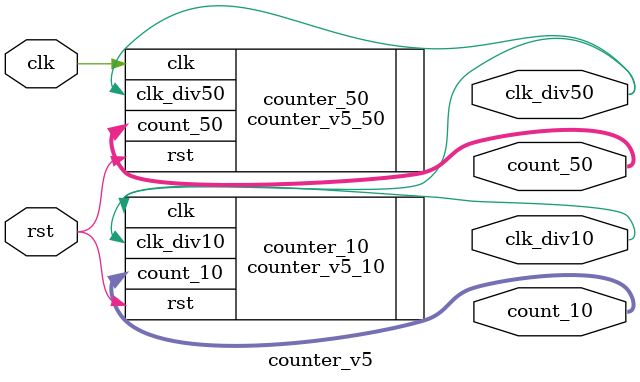
<source format=v>
module counter_v5(
    input clk,
    input rst,
    output wire [3:0] count_10,
    output wire [5:0] count_50,
    output wire       clk_div10,
    output wire       clk_div50
);

counter_v5_50 counter_50(
    .clk(clk),
    .rst(rst),
    .count_50(count_50),
    .clk_div50(clk_div50)
);

counter_v5_10 counter_10(
    .clk(clk_div50),
    .rst(rst),
    .count_10(count_10),
    .clk_div10(clk_div10)
);

endmodule

</source>
